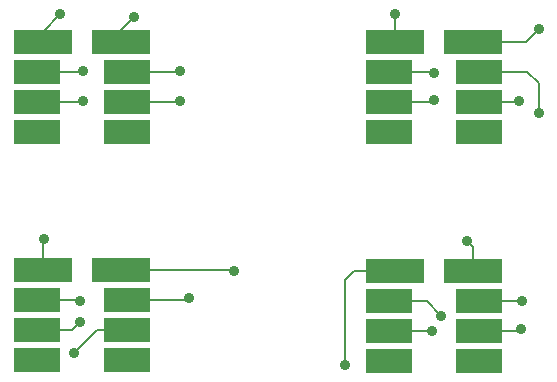
<source format=gtl>
G04 (created by PCBNEW-RS274X (2011-06-08)-testing) date Sa 02 Jul 2011 11:16:49 CEST*
G01*
G70*
G90*
%MOIN*%
G04 Gerber Fmt 3.4, Leading zero omitted, Abs format*
%FSLAX34Y34*%
G04 APERTURE LIST*
%ADD10C,0.006000*%
%ADD11R,0.196900X0.078700*%
%ADD12R,0.157500X0.078700*%
%ADD13C,0.035000*%
%ADD14C,0.008000*%
G04 APERTURE END LIST*
G54D10*
G54D11*
X14465Y-10267D03*
G54D12*
X14269Y-11267D03*
X14269Y-12267D03*
X14269Y-13267D03*
G54D11*
X17064Y-10267D03*
G54D12*
X17269Y-11267D03*
X17269Y-12267D03*
X17269Y-13267D03*
G54D11*
X26215Y-10267D03*
G54D12*
X26019Y-11267D03*
X26019Y-12267D03*
X26019Y-13267D03*
G54D11*
X28814Y-10267D03*
G54D12*
X29019Y-11267D03*
X29019Y-12267D03*
X29019Y-13267D03*
G54D11*
X14465Y-17867D03*
G54D12*
X14269Y-18867D03*
X14269Y-19867D03*
X14269Y-20867D03*
G54D11*
X17064Y-17867D03*
G54D12*
X17269Y-18867D03*
X17269Y-19867D03*
X17269Y-20867D03*
G54D11*
X26215Y-17917D03*
G54D12*
X26019Y-18917D03*
X26019Y-19917D03*
X26019Y-20917D03*
G54D11*
X28814Y-17917D03*
G54D12*
X29019Y-18917D03*
X29019Y-19917D03*
X29019Y-20917D03*
G54D13*
X27750Y-19400D03*
X15800Y-12250D03*
X19050Y-12250D03*
X17500Y-09450D03*
X30450Y-18900D03*
X26200Y-09350D03*
X24550Y-21050D03*
X27450Y-19900D03*
X15700Y-19600D03*
X30400Y-19850D03*
X28600Y-16900D03*
X14500Y-16850D03*
X15500Y-20650D03*
X19350Y-18800D03*
X27500Y-11300D03*
X27500Y-12200D03*
X30350Y-12250D03*
X31000Y-09850D03*
X19050Y-11250D03*
X31000Y-12650D03*
X15800Y-11250D03*
X15700Y-18900D03*
X20850Y-17900D03*
X15050Y-09350D03*
G54D14*
X26019Y-18917D02*
X27267Y-18917D01*
X27267Y-18917D02*
X27750Y-19400D01*
X14269Y-12267D02*
X15783Y-12267D01*
X15783Y-12267D02*
X15800Y-12250D01*
X17269Y-12267D02*
X19033Y-12267D01*
X19033Y-12267D02*
X19050Y-12250D01*
X17064Y-10267D02*
X17064Y-09886D01*
X17064Y-09886D02*
X17500Y-09450D01*
X29019Y-18917D02*
X30433Y-18917D01*
X30433Y-18917D02*
X30450Y-18900D01*
X26215Y-10267D02*
X26215Y-09365D01*
X26215Y-09365D02*
X26200Y-09350D01*
X26215Y-17917D02*
X24833Y-17917D01*
X24550Y-18200D02*
X24550Y-21050D01*
X24833Y-17917D02*
X24550Y-18200D01*
X26019Y-19917D02*
X27433Y-19917D01*
X27433Y-19917D02*
X27450Y-19900D01*
X14269Y-19867D02*
X15433Y-19867D01*
X15433Y-19867D02*
X15700Y-19600D01*
X29019Y-19917D02*
X30333Y-19917D01*
X30333Y-19917D02*
X30400Y-19850D01*
X28814Y-17917D02*
X28814Y-17114D01*
X28814Y-17114D02*
X28600Y-16900D01*
X14465Y-17867D02*
X14465Y-16885D01*
X14465Y-16885D02*
X14500Y-16850D01*
X17269Y-19867D02*
X16283Y-19867D01*
X16283Y-19867D02*
X15500Y-20650D01*
X17269Y-18867D02*
X19283Y-18867D01*
X19283Y-18867D02*
X19350Y-18800D01*
X26019Y-11267D02*
X27467Y-11267D01*
X27467Y-11267D02*
X27500Y-11300D01*
X26019Y-12267D02*
X27433Y-12267D01*
X27433Y-12267D02*
X27500Y-12200D01*
X29019Y-12267D02*
X30333Y-12267D01*
X30333Y-12267D02*
X30350Y-12250D01*
X28814Y-10267D02*
X30583Y-10267D01*
X30583Y-10267D02*
X31000Y-09850D01*
X17269Y-11267D02*
X19033Y-11267D01*
X19033Y-11267D02*
X19050Y-11250D01*
X29019Y-11267D02*
X30617Y-11267D01*
X31000Y-11650D02*
X31000Y-12650D01*
X30617Y-11267D02*
X31000Y-11650D01*
X14269Y-11267D02*
X15783Y-11267D01*
X15783Y-11267D02*
X15800Y-11250D01*
X14269Y-18867D02*
X15667Y-18867D01*
X15667Y-18867D02*
X15700Y-18900D01*
X17064Y-17867D02*
X20817Y-17867D01*
X20817Y-17867D02*
X20850Y-17900D01*
X14465Y-10267D02*
X14465Y-09935D01*
X14465Y-09935D02*
X15050Y-09350D01*
M02*

</source>
